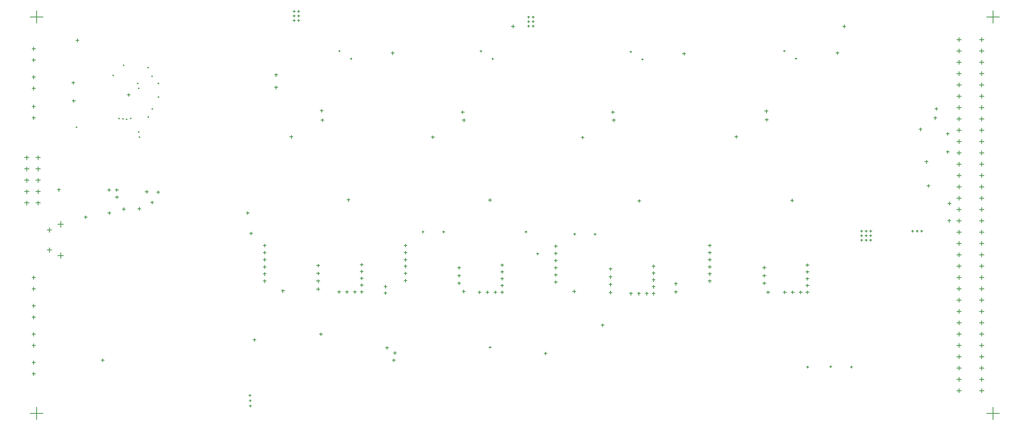
<source format=gbr>
G04 Layer_Color=128*
%FSLAX45Y45*%
%MOMM*%
%TF.FileFunction,Drillmap*%
%TF.Part,Single*%
G01*
G75*
%TA.AperFunction,NonConductor*%
%ADD84C,0.12700*%
D84*
X2417000Y1554900D02*
X2697000D01*
X2557000Y1414900D02*
Y1694900D01*
X2417000Y10444400D02*
X2697000D01*
X2557000Y10304400D02*
Y10584400D01*
X7886700Y9144000D02*
X7962900D01*
X7924800Y9105900D02*
Y9182100D01*
X7886700Y8864600D02*
X7962900D01*
X7924800Y8826500D02*
Y8902700D01*
X23863000Y1555000D02*
X24142999D01*
X24003000Y1415000D02*
Y1695000D01*
X23863000Y10445000D02*
X24142999D01*
X24003000Y10305000D02*
Y10585000D01*
X23191000Y2063000D02*
X23291000D01*
X23241000Y2013000D02*
Y2113000D01*
X23191000Y2317000D02*
X23291000D01*
X23241000Y2267000D02*
Y2367000D01*
X23191000Y2571000D02*
X23291000D01*
X23241000Y2521000D02*
Y2621000D01*
X23191000Y2825000D02*
X23291000D01*
X23241000Y2775000D02*
Y2875000D01*
X23191000Y3079000D02*
X23291000D01*
X23241000Y3029000D02*
Y3129000D01*
X23191000Y3333000D02*
X23291000D01*
X23241000Y3283000D02*
Y3383000D01*
X23191000Y3587000D02*
X23291000D01*
X23241000Y3537000D02*
Y3637000D01*
X23191000Y3841000D02*
X23291000D01*
X23241000Y3791000D02*
Y3891000D01*
X23191000Y4095000D02*
X23291000D01*
X23241000Y4045000D02*
Y4145000D01*
X23191000Y4349000D02*
X23291000D01*
X23241000Y4299000D02*
Y4399000D01*
X23191000Y4603000D02*
X23291000D01*
X23241000Y4553000D02*
Y4653000D01*
X23191000Y4857000D02*
X23291000D01*
X23241000Y4807000D02*
Y4907000D01*
X23191000Y5111000D02*
X23291000D01*
X23241000Y5061000D02*
Y5161000D01*
X23191000Y5365000D02*
X23291000D01*
X23241000Y5315000D02*
Y5415000D01*
X23191000Y5619000D02*
X23291000D01*
X23241000Y5569000D02*
Y5669000D01*
X23191000Y5873000D02*
X23291000D01*
X23241000Y5823000D02*
Y5923000D01*
X23191000Y6127000D02*
X23291000D01*
X23241000Y6077000D02*
Y6177000D01*
X23191000Y6381000D02*
X23291000D01*
X23241000Y6331000D02*
Y6431000D01*
X23191000Y6635000D02*
X23291000D01*
X23241000Y6585000D02*
Y6685000D01*
X23191000Y6889000D02*
X23291000D01*
X23241000Y6839000D02*
Y6939000D01*
X23191000Y7143000D02*
X23291000D01*
X23241000Y7093000D02*
Y7193000D01*
X23191000Y7397000D02*
X23291000D01*
X23241000Y7347000D02*
Y7447000D01*
X23191000Y7651000D02*
X23291000D01*
X23241000Y7601000D02*
Y7701000D01*
X23191000Y7905000D02*
X23291000D01*
X23241000Y7855000D02*
Y7955000D01*
X23191000Y8159000D02*
X23291000D01*
X23241000Y8109000D02*
Y8209000D01*
X23191000Y8413000D02*
X23291000D01*
X23241000Y8363000D02*
Y8463000D01*
X23191000Y8667000D02*
X23291000D01*
X23241000Y8617000D02*
Y8717000D01*
X23191000Y8921000D02*
X23291000D01*
X23241000Y8871000D02*
Y8971000D01*
X23191000Y9175000D02*
X23291000D01*
X23241000Y9125000D02*
Y9225000D01*
X23191000Y9429000D02*
X23291000D01*
X23241000Y9379000D02*
Y9479000D01*
X23191000Y9683000D02*
X23291000D01*
X23241000Y9633000D02*
Y9733000D01*
X23191000Y9937000D02*
X23291000D01*
X23241000Y9887000D02*
Y9987000D01*
X23699001Y2063000D02*
X23799001D01*
X23749001Y2013000D02*
Y2113000D01*
X23699001Y2317000D02*
X23799001D01*
X23749001Y2267000D02*
Y2367000D01*
X23699001Y2571000D02*
X23799001D01*
X23749001Y2521000D02*
Y2621000D01*
X23699001Y2825000D02*
X23799001D01*
X23749001Y2775000D02*
Y2875000D01*
X23699001Y3079000D02*
X23799001D01*
X23749001Y3029000D02*
Y3129000D01*
X23699001Y3333000D02*
X23799001D01*
X23749001Y3283000D02*
Y3383000D01*
X23699001Y3587000D02*
X23799001D01*
X23749001Y3537000D02*
Y3637000D01*
X23699001Y3841000D02*
X23799001D01*
X23749001Y3791000D02*
Y3891000D01*
X23699001Y4095000D02*
X23799001D01*
X23749001Y4045000D02*
Y4145000D01*
X23699001Y4349000D02*
X23799001D01*
X23749001Y4299000D02*
Y4399000D01*
X23699001Y4603000D02*
X23799001D01*
X23749001Y4553000D02*
Y4653000D01*
X23699001Y4857000D02*
X23799001D01*
X23749001Y4807000D02*
Y4907000D01*
X23699001Y5111000D02*
X23799001D01*
X23749001Y5061000D02*
Y5161000D01*
X23699001Y5365000D02*
X23799001D01*
X23749001Y5315000D02*
Y5415000D01*
X23699001Y5619000D02*
X23799001D01*
X23749001Y5569000D02*
Y5669000D01*
X23699001Y5873000D02*
X23799001D01*
X23749001Y5823000D02*
Y5923000D01*
X23699001Y6127000D02*
X23799001D01*
X23749001Y6077000D02*
Y6177000D01*
X23699001Y6381000D02*
X23799001D01*
X23749001Y6331000D02*
Y6431000D01*
X23699001Y6635000D02*
X23799001D01*
X23749001Y6585000D02*
Y6685000D01*
X23699001Y6889000D02*
X23799001D01*
X23749001Y6839000D02*
Y6939000D01*
X23699001Y7143000D02*
X23799001D01*
X23749001Y7093000D02*
Y7193000D01*
X23699001Y7397000D02*
X23799001D01*
X23749001Y7347000D02*
Y7447000D01*
X23699001Y7651000D02*
X23799001D01*
X23749001Y7601000D02*
Y7701000D01*
X23699001Y7905000D02*
X23799001D01*
X23749001Y7855000D02*
Y7955000D01*
X23699001Y8159000D02*
X23799001D01*
X23749001Y8109000D02*
Y8209000D01*
X23699001Y8413000D02*
X23799001D01*
X23749001Y8363000D02*
Y8463000D01*
X23699001Y8667000D02*
X23799001D01*
X23749001Y8617000D02*
Y8717000D01*
X23699001Y8921000D02*
X23799001D01*
X23749001Y8871000D02*
Y8971000D01*
X23699001Y9175000D02*
X23799001D01*
X23749001Y9125000D02*
Y9225000D01*
X23699001Y9429000D02*
X23799001D01*
X23749001Y9379000D02*
Y9479000D01*
X23699001Y9683000D02*
X23799001D01*
X23749001Y9633000D02*
Y9733000D01*
X23699001Y9937000D02*
X23799001D01*
X23749001Y9887000D02*
Y9987000D01*
X2542541Y6273800D02*
X2639061D01*
X2590801Y6225540D02*
Y6322060D01*
X2288541Y6273800D02*
X2385061D01*
X2336801Y6225540D02*
Y6322060D01*
X2542541Y6527800D02*
X2639061D01*
X2590801Y6479540D02*
Y6576060D01*
X2288541Y6527800D02*
X2385061D01*
X2336801Y6479540D02*
Y6576060D01*
X2542541Y6781800D02*
X2639061D01*
X2590801Y6733540D02*
Y6830060D01*
X2288541Y6781800D02*
X2385061D01*
X2336801Y6733540D02*
Y6830060D01*
X2288541Y7035800D02*
X2385061D01*
X2336801Y6987540D02*
Y7084060D01*
X2542541Y7035800D02*
X2639061D01*
X2590801Y6987540D02*
Y7084060D01*
X2542541Y7289800D02*
X2639061D01*
X2590801Y7241540D02*
Y7338060D01*
X2288541Y7289800D02*
X2385061D01*
X2336801Y7241540D02*
Y7338060D01*
X2452400Y2438400D02*
X2532400D01*
X2492400Y2398400D02*
Y2478400D01*
X2452400Y2692400D02*
X2532400D01*
X2492400Y2652400D02*
Y2732400D01*
X2452400Y3073400D02*
X2532400D01*
X2492400Y3033400D02*
Y3113400D01*
X2452400Y3327400D02*
X2532400D01*
X2492400Y3287400D02*
Y3367400D01*
X2452400Y3708400D02*
X2532400D01*
X2492400Y3668400D02*
Y3748400D01*
X2452400Y3962400D02*
X2532400D01*
X2492400Y3922400D02*
Y4002400D01*
X2452400Y4343400D02*
X2532400D01*
X2492400Y4303400D02*
Y4383400D01*
X2452400Y4597400D02*
X2532400D01*
X2492400Y4557400D02*
Y4637400D01*
X2452400Y8839200D02*
X2532400D01*
X2492400Y8799200D02*
Y8879200D01*
X2452400Y9093200D02*
X2532400D01*
X2492400Y9053200D02*
Y9133200D01*
X2452400Y8178800D02*
X2532400D01*
X2492400Y8138800D02*
Y8218800D01*
X2452400Y8432800D02*
X2532400D01*
X2492400Y8392800D02*
Y8472800D01*
X2452400Y9728200D02*
X2532400D01*
X2492400Y9688200D02*
Y9768200D01*
X2452400Y9474200D02*
X2532400D01*
X2492400Y9434200D02*
Y9514200D01*
X2797800Y5668600D02*
X2896800D01*
X2847300Y5619100D02*
Y5718100D01*
X2797800Y5218600D02*
X2896800D01*
X2847300Y5169100D02*
Y5268100D01*
X3031300Y5093100D02*
X3161300D01*
X3096300Y5028100D02*
Y5158100D01*
X3031300Y5794100D02*
X3161300D01*
X3096300Y5729100D02*
Y5859100D01*
X7321000Y1720000D02*
X7371000D01*
X7346000Y1695000D02*
Y1745000D01*
X7320000Y1839000D02*
X7370000D01*
X7345000Y1814000D02*
Y1864000D01*
X7319000Y1960000D02*
X7369000D01*
X7344000Y1935000D02*
Y1985000D01*
X19820000Y2589000D02*
X19870000D01*
X19845000Y2564000D02*
Y2614000D01*
X20334000Y2600000D02*
X20384000D01*
X20359000Y2575000D02*
Y2625000D01*
X20800999Y2594000D02*
X20850999D01*
X20825999Y2569000D02*
Y2619000D01*
X12806841Y4267200D02*
X12877960D01*
X12842400Y4231640D02*
Y4302760D01*
X12959241Y4724400D02*
X13030360D01*
X12994800Y4688840D02*
Y4759960D01*
X12959241Y4876800D02*
X13030360D01*
X12994800Y4841240D02*
Y4912360D01*
X11994440Y4820000D02*
X12065560D01*
X12030000Y4784440D02*
Y4855560D01*
X12094440Y4290000D02*
X12165560D01*
X12130000Y4254440D02*
Y4325560D01*
X12451240Y4267200D02*
X12522360D01*
X12486800Y4231640D02*
Y4302760D01*
X12629040Y4267200D02*
X12700160D01*
X12664600Y4231640D02*
Y4302760D01*
X12959241Y4572000D02*
X13030360D01*
X12994800Y4536440D02*
Y4607560D01*
X12959241Y4419600D02*
X13030360D01*
X12994800Y4384040D02*
Y4455160D01*
X12959241Y4267200D02*
X13030360D01*
X12994800Y4231640D02*
Y4302760D01*
X20481441Y9636220D02*
X20552560D01*
X20517000Y9600660D02*
Y9671780D01*
X19568311Y9509220D02*
X19606410D01*
X19587360Y9490170D02*
Y9528270D01*
X18209441Y7755401D02*
X18280560D01*
X18245000Y7719841D02*
Y7790961D01*
X19304150Y9679400D02*
X19342250D01*
X19323199Y9660350D02*
Y9698450D01*
X17037440Y9619220D02*
X17108560D01*
X17073000Y9583660D02*
Y9654780D01*
X16124310Y9492220D02*
X16162410D01*
X16143359Y9473170D02*
Y9511270D01*
X14765440Y7738401D02*
X14836560D01*
X14800999Y7702841D02*
Y7773961D01*
X15860150Y9662400D02*
X15898250D01*
X15879201Y9643350D02*
Y9681450D01*
X12764310Y9505220D02*
X12802409D01*
X12783360Y9486170D02*
Y9524270D01*
X11405440Y7751401D02*
X11476560D01*
X11441000Y7715841D02*
Y7786961D01*
X12500150Y9675400D02*
X12538250D01*
X12519200Y9656350D02*
Y9694450D01*
X4321440Y6401000D02*
X4392560D01*
X4357000Y6365440D02*
Y6436560D01*
X5111440Y6282000D02*
X5182560D01*
X5147000Y6246440D02*
Y6317560D01*
X4826440Y6143000D02*
X4897560D01*
X4862000Y6107440D02*
Y6178560D01*
X4475440Y6135000D02*
X4546560D01*
X4511000Y6099440D02*
Y6170560D01*
X4152440Y6049000D02*
X4223560D01*
X4188000Y6013440D02*
Y6084560D01*
X4145440Y6566000D02*
X4216560D01*
X4181000Y6530440D02*
Y6601560D01*
X3438300Y7970000D02*
X3463700D01*
X3451000Y7957300D02*
Y7982700D01*
X4587440Y8695000D02*
X4658560D01*
X4623000Y8659440D02*
Y8730560D01*
X5275700Y8647800D02*
X5301100D01*
X5288400Y8635100D02*
Y8660500D01*
X5272700Y8951800D02*
X5298100D01*
X5285400Y8939100D02*
Y8964500D01*
X5131700Y9114800D02*
X5157100D01*
X5144400Y9102100D02*
Y9127500D01*
X4261700Y9133800D02*
X4287100D01*
X4274400Y9121100D02*
Y9146500D01*
X4492700Y9358800D02*
X4518100D01*
X4505400Y9346100D02*
Y9371500D01*
X5045700Y9306800D02*
X5071100D01*
X5058400Y9294100D02*
Y9319500D01*
X5135700Y8379800D02*
X5161100D01*
X5148400Y8367100D02*
Y8392500D01*
X5048700Y8201800D02*
X5074100D01*
X5061400Y8189100D02*
Y8214500D01*
X4849700Y7751800D02*
X4875100D01*
X4862400Y7739100D02*
Y7764500D01*
X4831700Y7863800D02*
X4857100D01*
X4844400Y7851100D02*
Y7876500D01*
X5247440Y6512000D02*
X5318560D01*
X5283000Y6476440D02*
Y6547560D01*
X3019440Y6569000D02*
X3090560D01*
X3055000Y6533440D02*
Y6604560D01*
X4319440Y6565000D02*
X4390560D01*
X4355000Y6529440D02*
Y6600560D01*
X3435640Y9919400D02*
X3506760D01*
X3471200Y9883840D02*
Y9954960D01*
X4563300Y8151000D02*
X4588700D01*
X4576000Y8138300D02*
Y8163700D01*
X4479300Y8161000D02*
X4504700D01*
X4492000Y8148300D02*
Y8173700D01*
X4393300Y8166000D02*
X4418700D01*
X4406000Y8153300D02*
Y8178700D01*
X4653700Y8168800D02*
X4679100D01*
X4666400Y8156100D02*
Y8181500D01*
X4812300Y8955000D02*
X4837700D01*
X4825000Y8942300D02*
Y8967700D01*
X4830700Y8842800D02*
X4856100D01*
X4843400Y8830100D02*
Y8855500D01*
X3623440Y5952000D02*
X3694560D01*
X3659000Y5916440D02*
Y5987560D01*
X4990440Y6525000D02*
X5061560D01*
X5026000Y6489440D02*
Y6560560D01*
X8930640Y8128000D02*
X9001760D01*
X8966200Y8092440D02*
Y8163560D01*
X7254240Y6045200D02*
X7325360D01*
X7289800Y6009640D02*
Y6080760D01*
X7330440Y5588000D02*
X7401560D01*
X7366000Y5552440D02*
Y5623560D01*
X9328150Y9677400D02*
X9366250D01*
X9347200Y9658350D02*
Y9696450D01*
X8233440Y7753401D02*
X8304560D01*
X8269000Y7717841D02*
Y7788961D01*
X9592310Y9507220D02*
X9630410D01*
X9611360Y9488170D02*
Y9526270D01*
X10505440Y9634220D02*
X10576560D01*
X10541000Y9598660D02*
Y9669780D01*
X10378440Y3022600D02*
X10449560D01*
X10414000Y2987040D02*
Y3058160D01*
X7406640Y3200400D02*
X7477760D01*
X7442200Y3164840D02*
Y3235960D01*
X13934441Y2895600D02*
X14005560D01*
X13970000Y2860040D02*
Y2931160D01*
X10530840Y2743200D02*
X10601960D01*
X10566400Y2707640D02*
Y2778760D01*
X4003040Y2743200D02*
X4074160D01*
X4038600Y2707640D02*
Y2778760D01*
X21031599Y5638800D02*
X21081599D01*
X21056599Y5613800D02*
Y5663800D01*
X21031599Y5537200D02*
X21081599D01*
X21056599Y5512200D02*
Y5562200D01*
X21030000Y5435000D02*
X21080000D01*
X21055000Y5410000D02*
Y5460000D01*
X21133200Y5638800D02*
X21183200D01*
X21158200Y5613800D02*
Y5663800D01*
X21133200Y5537200D02*
X21183200D01*
X21158200Y5512200D02*
Y5562200D01*
X21135001Y5435000D02*
X21185001D01*
X21160001Y5410000D02*
Y5460000D01*
X21235001Y5435000D02*
X21285001D01*
X21260001Y5410000D02*
Y5460000D01*
X21234801Y5537200D02*
X21284801D01*
X21259801Y5512200D02*
Y5562200D01*
X21234801Y5638800D02*
X21284801D01*
X21259801Y5613800D02*
Y5663800D01*
X22983241Y5873801D02*
X23054361D01*
X23018800Y5838241D02*
Y5909361D01*
X22990840Y6262400D02*
X23061960D01*
X23026401Y6226840D02*
Y6297960D01*
X22951440Y7416800D02*
X23022560D01*
X22987000Y7381240D02*
Y7452360D01*
X22951440Y7823200D02*
X23022560D01*
X22987000Y7787640D02*
Y7858760D01*
X22377800Y5638800D02*
X22427800D01*
X22402800Y5613800D02*
Y5663800D01*
X22276199Y5638800D02*
X22326199D01*
X22301199Y5613800D02*
Y5663800D01*
X22174600Y5638800D02*
X22224600D01*
X22199600Y5613800D02*
Y5663800D01*
X22519640Y6654800D02*
X22590759D01*
X22555200Y6619240D02*
Y6690360D01*
X22673241Y8177600D02*
X22744360D01*
X22708800Y8142040D02*
Y8213160D01*
X22343040Y7923600D02*
X22414160D01*
X22378600Y7888040D02*
Y7959160D01*
X22698640Y8383200D02*
X22769760D01*
X22734200Y8347640D02*
Y8418760D01*
X3354140Y8561000D02*
X3425260D01*
X3389700Y8525440D02*
Y8596560D01*
X3341440Y8967540D02*
X3412560D01*
X3377000Y8931980D02*
Y9003100D01*
X13202921Y10233660D02*
X13274040D01*
X13238480Y10198100D02*
Y10269220D01*
X20632420Y10233660D02*
X20703540D01*
X20667979Y10198100D02*
Y10269220D01*
X13564000Y10236200D02*
X13614000D01*
X13589000Y10211200D02*
Y10261200D01*
X13564000Y10439400D02*
X13614000D01*
X13589000Y10414400D02*
Y10464400D01*
X13564000Y10337800D02*
X13614000D01*
X13589000Y10312800D02*
Y10362800D01*
X13665601Y10439400D02*
X13715601D01*
X13690601Y10414400D02*
Y10464400D01*
X13665601Y10337800D02*
X13715601D01*
X13690601Y10312800D02*
Y10362800D01*
X13665601Y10236200D02*
X13715601D01*
X13690601Y10211200D02*
Y10261200D01*
X8407800Y10566400D02*
X8457800D01*
X8432800Y10541400D02*
Y10591400D01*
X8407800Y10464800D02*
X8457800D01*
X8432800Y10439800D02*
Y10489800D01*
X8407800Y10363200D02*
X8457800D01*
X8432800Y10338200D02*
Y10388200D01*
X8306200Y10363200D02*
X8356200D01*
X8331200Y10338200D02*
Y10388200D01*
X8306200Y10464800D02*
X8356200D01*
X8331200Y10439800D02*
Y10489800D01*
X8306200Y10566400D02*
X8356200D01*
X8331200Y10541400D02*
Y10591400D01*
X13503000Y5626000D02*
X13553000D01*
X13528000Y5601000D02*
Y5651000D01*
X12703000Y3037000D02*
X12753000D01*
X12728000Y3012000D02*
Y3062000D01*
X15052000Y5569000D02*
X15102000D01*
X15077000Y5544000D02*
Y5594000D01*
X14597000Y5573000D02*
X14647000D01*
X14622000Y5548000D02*
Y5598000D01*
X13764999Y5134000D02*
X13814999D01*
X13789999Y5109000D02*
Y5159000D01*
X11659000Y5620000D02*
X11709000D01*
X11684000Y5595000D02*
Y5645000D01*
X11197000Y5624000D02*
X11247000D01*
X11222000Y5599000D02*
Y5649000D01*
X11994440Y4470000D02*
X12065560D01*
X12030000Y4434440D02*
Y4505560D01*
X11994440Y4640000D02*
X12065560D01*
X12030000Y4604440D02*
Y4675560D01*
X9514440Y6340000D02*
X9585560D01*
X9550000Y6304440D02*
Y6375560D01*
X10554440Y2910000D02*
X10625560D01*
X10590000Y2874440D02*
Y2945560D01*
X8894440Y3327400D02*
X8965560D01*
X8930000Y3291840D02*
Y3362960D01*
X10344440Y4400000D02*
X10415560D01*
X10380000Y4364440D02*
Y4435560D01*
X10344440Y4250000D02*
X10415560D01*
X10380000Y4214440D02*
Y4285560D01*
X8044440Y4300000D02*
X8115560D01*
X8080000Y4264440D02*
Y4335560D01*
X9809240Y4277200D02*
X9880360D01*
X9844800Y4241640D02*
Y4312760D01*
X9809240Y4429600D02*
X9880360D01*
X9844800Y4394040D02*
Y4465160D01*
X9809240Y4582000D02*
X9880360D01*
X9844800Y4546440D02*
Y4617560D01*
X9479040Y4277200D02*
X9550160D01*
X9514600Y4241640D02*
Y4312760D01*
X9301240Y4277200D02*
X9372360D01*
X9336800Y4241640D02*
Y4312760D01*
X9809240Y4886800D02*
X9880360D01*
X9844800Y4851240D02*
Y4922360D01*
X9809240Y4734400D02*
X9880360D01*
X9844800Y4698840D02*
Y4769960D01*
X9656840Y4277200D02*
X9727960D01*
X9692400Y4241640D02*
Y4312760D01*
X8834440Y4690000D02*
X8905560D01*
X8870000Y4654440D02*
Y4725560D01*
X8834440Y4520000D02*
X8905560D01*
X8870000Y4484440D02*
Y4555560D01*
X8834440Y4340000D02*
X8905560D01*
X8870000Y4304440D02*
Y4375560D01*
X8834440Y4870000D02*
X8905560D01*
X8870000Y4834440D02*
Y4905560D01*
X12686440Y6338000D02*
X12757560D01*
X12722000Y6302440D02*
Y6373560D01*
X12102640Y8126000D02*
X12173760D01*
X12138200Y8090440D02*
Y8161560D01*
X15462640Y8126000D02*
X15533760D01*
X15498199Y8090440D02*
Y8161560D01*
X18892641Y8136000D02*
X18963760D01*
X18928200Y8100440D02*
Y8171560D01*
X10794440Y5320000D02*
X10865560D01*
X10830000Y5284440D02*
Y5355560D01*
X10794440Y5160000D02*
X10865560D01*
X10830000Y5124440D02*
Y5195560D01*
X10794440Y5000000D02*
X10865560D01*
X10830000Y4964440D02*
Y5035560D01*
X10794440Y4850000D02*
X10865560D01*
X10830000Y4814440D02*
Y4885560D01*
X10794440Y4690000D02*
X10865560D01*
X10830000Y4654440D02*
Y4725560D01*
X10794440Y4530000D02*
X10865560D01*
X10830000Y4494440D02*
Y4565560D01*
X7634440Y5320000D02*
X7705560D01*
X7670000Y5284440D02*
Y5355560D01*
X7634440Y5160000D02*
X7705560D01*
X7670000Y5124440D02*
Y5195560D01*
X7634440Y5000000D02*
X7705560D01*
X7670000Y4964440D02*
Y5035560D01*
X7634440Y4840000D02*
X7705560D01*
X7670000Y4804440D02*
Y4875560D01*
X7634440Y4680000D02*
X7705560D01*
X7670000Y4644440D02*
Y4715560D01*
X7634440Y4520000D02*
X7705560D01*
X7670000Y4484440D02*
Y4555560D01*
X14164439Y4500000D02*
X14235561D01*
X14200000Y4464440D02*
Y4535560D01*
X14164439Y4660000D02*
X14235561D01*
X14200000Y4624440D02*
Y4695560D01*
X14164439Y4820000D02*
X14235561D01*
X14200000Y4784440D02*
Y4855560D01*
X14164439Y4980000D02*
X14235561D01*
X14200000Y4944440D02*
Y5015560D01*
X14164439Y5140000D02*
X14235561D01*
X14200000Y5104440D02*
Y5175560D01*
X14164439Y5300000D02*
X14235561D01*
X14200000Y5264440D02*
Y5335560D01*
X17614439Y5320000D02*
X17685561D01*
X17650000Y5284440D02*
Y5355560D01*
X17614439Y5160000D02*
X17685561D01*
X17650000Y5124440D02*
Y5195560D01*
X17614439Y5000000D02*
X17685561D01*
X17650000Y4964440D02*
Y5035560D01*
X17614439Y4840000D02*
X17685561D01*
X17650000Y4804440D02*
Y4875560D01*
X17614439Y4680000D02*
X17685561D01*
X17650000Y4644440D02*
Y4715560D01*
X17614439Y4520000D02*
X17685561D01*
X17650000Y4484440D02*
Y4555560D01*
X16034441Y6320000D02*
X16105560D01*
X16070000Y6284440D02*
Y6355560D01*
X19464439Y6330000D02*
X19535561D01*
X19500000Y6294440D02*
Y6365560D01*
X15389639Y4613200D02*
X15460760D01*
X15425200Y4577640D02*
Y4648760D01*
X15389639Y4443200D02*
X15460760D01*
X15425200Y4407640D02*
Y4478760D01*
X16354440Y4240400D02*
X16425560D01*
X16389999Y4204840D02*
Y4275960D01*
X16354440Y4392800D02*
X16425560D01*
X16389999Y4357240D02*
Y4428360D01*
X16354440Y4545200D02*
X16425560D01*
X16389999Y4509640D02*
Y4580760D01*
X16024240Y4240400D02*
X16095360D01*
X16059801Y4204840D02*
Y4275960D01*
X15846440Y4240400D02*
X15917560D01*
X15882001Y4204840D02*
Y4275960D01*
X15389639Y4263200D02*
X15460760D01*
X15425200Y4227640D02*
Y4298760D01*
X15389639Y4793200D02*
X15460760D01*
X15425200Y4757640D02*
Y4828760D01*
X16354440Y4850000D02*
X16425560D01*
X16389999Y4814440D02*
Y4885560D01*
X16354440Y4697600D02*
X16425560D01*
X16389999Y4662040D02*
Y4733160D01*
X16202040Y4240400D02*
X16273160D01*
X16237601Y4204840D02*
Y4275960D01*
X19652040Y4270400D02*
X19723160D01*
X19687601Y4234840D02*
Y4305960D01*
X19804440Y4727600D02*
X19875560D01*
X19839999Y4692040D02*
Y4763160D01*
X19804440Y4880000D02*
X19875560D01*
X19839999Y4844440D02*
Y4915560D01*
X18839639Y4823200D02*
X18910760D01*
X18875200Y4787640D02*
Y4858760D01*
X18924440Y4270000D02*
X18995560D01*
X18960001Y4234440D02*
Y4305560D01*
X19296440Y4270400D02*
X19367560D01*
X19332001Y4234840D02*
Y4305960D01*
X19474240Y4270400D02*
X19545360D01*
X19509801Y4234840D02*
Y4305960D01*
X19804440Y4575200D02*
X19875560D01*
X19839999Y4539640D02*
Y4610760D01*
X19804440Y4422800D02*
X19875560D01*
X19839999Y4387240D02*
Y4458360D01*
X19804440Y4270400D02*
X19875560D01*
X19839999Y4234840D02*
Y4305960D01*
X18839639Y4473200D02*
X18910760D01*
X18875200Y4437640D02*
Y4508760D01*
X18839639Y4643200D02*
X18910760D01*
X18875200Y4607640D02*
Y4678760D01*
X15214439Y3530000D02*
X15285561D01*
X15250000Y3494440D02*
Y3565560D01*
X16854440Y4460000D02*
X16925560D01*
X16889999Y4424440D02*
Y4495560D01*
X16854440Y4280000D02*
X16925560D01*
X16889999Y4244440D02*
Y4315560D01*
X14574440Y4290000D02*
X14645560D01*
X14610001Y4254440D02*
Y4325560D01*
X8914440Y8340000D02*
X8985560D01*
X8950000Y8304440D02*
Y8375560D01*
X12074440Y8310000D02*
X12145560D01*
X12110000Y8274440D02*
Y8345560D01*
X15444440Y8310000D02*
X15515559D01*
X15480000Y8274440D02*
Y8345560D01*
X18884441Y8330000D02*
X18955560D01*
X18920000Y8294440D02*
Y8365560D01*
X22474440Y7195000D02*
X22545560D01*
X22510001Y7159440D02*
Y7230560D01*
%TF.MD5,275d1490d62ff70412f2340a81586c80*%
M02*

</source>
